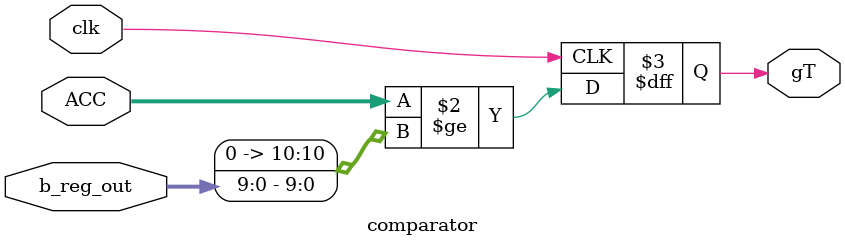
<source format=v>
module comparator (
  input wire clk,
  input wire [10:0] ACC,
  input wire [9:0] b_reg_out,
  output reg gT
);

  always @(posedge clk) begin
    gT <= (ACC >= {1'b0, b_reg_out});
  end

endmodule
</source>
